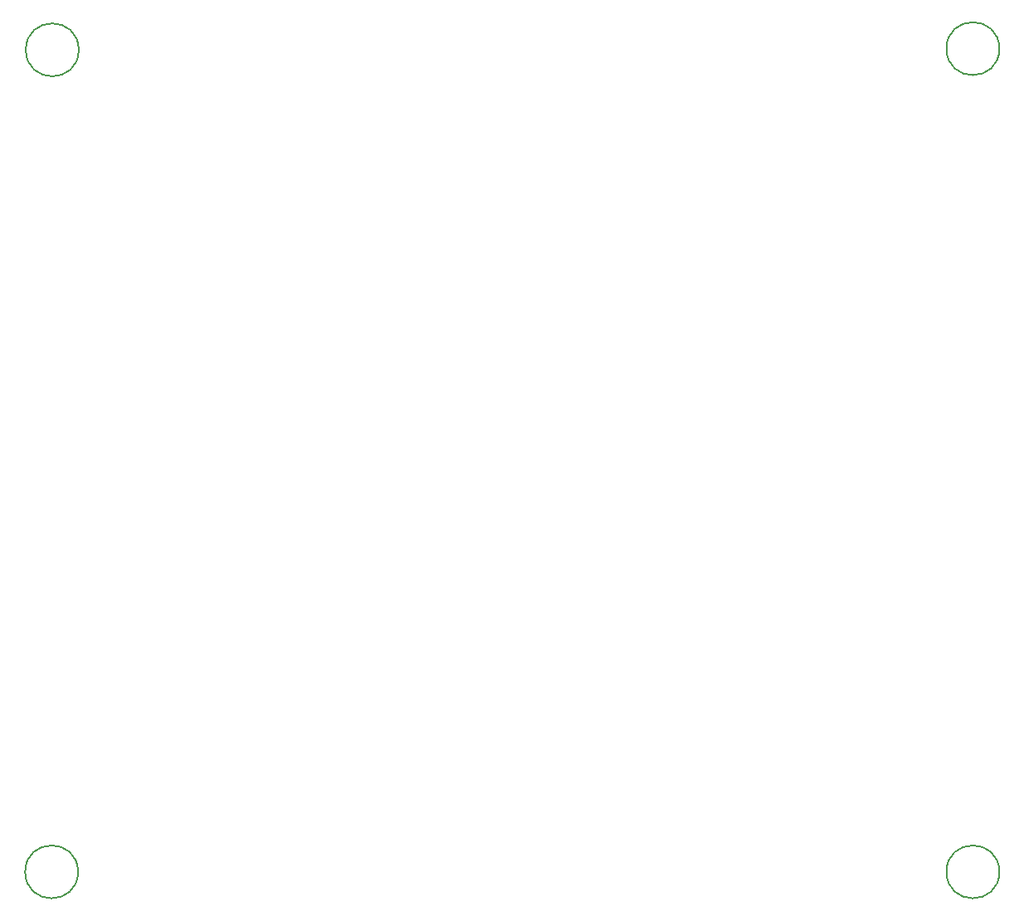
<source format=gbr>
%TF.GenerationSoftware,KiCad,Pcbnew,8.0.6*%
%TF.CreationDate,2025-01-06T04:04:12+01:00*%
%TF.ProjectId,pod-max,706f642d-6d61-4782-9e6b-696361645f70,1.1*%
%TF.SameCoordinates,Original*%
%TF.FileFunction,Other,Comment*%
%FSLAX46Y46*%
G04 Gerber Fmt 4.6, Leading zero omitted, Abs format (unit mm)*
G04 Created by KiCad (PCBNEW 8.0.6) date 2025-01-06 04:04:12*
%MOMM*%
%LPD*%
G01*
G04 APERTURE LIST*
%ADD10C,0.150000*%
G04 APERTURE END LIST*
D10*
%TO.C,H4*%
X168630000Y-132590000D02*
G75*
G02*
X163230000Y-132590000I-2700000J0D01*
G01*
X163230000Y-132590000D02*
G75*
G02*
X168630000Y-132590000I2700000J0D01*
G01*
%TO.C,H1*%
X74700000Y-48710000D02*
G75*
G02*
X69300000Y-48710000I-2700000J0D01*
G01*
X69300000Y-48710000D02*
G75*
G02*
X74700000Y-48710000I2700000J0D01*
G01*
%TO.C,H3*%
X74630000Y-132590000D02*
G75*
G02*
X69230000Y-132590000I-2700000J0D01*
G01*
X69230000Y-132590000D02*
G75*
G02*
X74630000Y-132590000I2700000J0D01*
G01*
%TO.C,H2*%
X168630000Y-48590000D02*
G75*
G02*
X163230000Y-48590000I-2700000J0D01*
G01*
X163230000Y-48590000D02*
G75*
G02*
X168630000Y-48590000I2700000J0D01*
G01*
%TD*%
M02*

</source>
